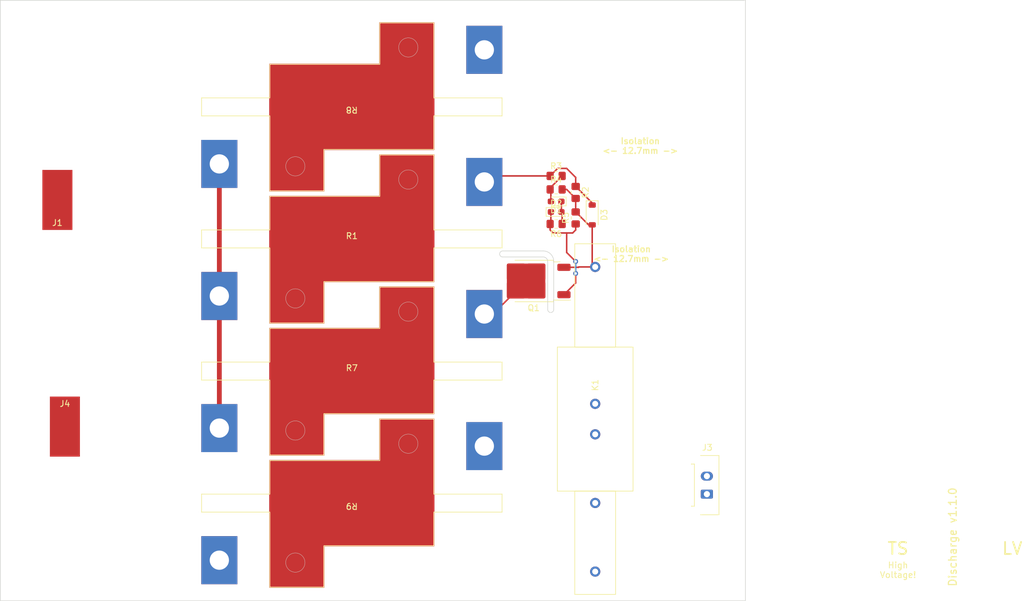
<source format=kicad_pcb>
(kicad_pcb (version 20221018) (generator pcbnew)
  (title_block (title "Discharge Relay Breakout PCB") (date "01/01/2022") (rev "1.1.0") (company "SUFST") (comment 1 "STAG 9") (comment 2 "Marek Frodyma") (comment 3 "Tim Brewis"))
  (layers (0 "F.Cu" signal) (31 "B.Cu" signal) (34 "B.Paste" user) (35 "F.Paste" user) (36 "B.SilkS" user "B.Silkscreen") (37 "F.SilkS" user "F.Silkscreen") (38 "B.Mask" user) (39 "F.Mask" user) (44 "Edge.Cuts" user))
  (net 0 "")
  (net 2 "Net-(D1-K)")
  (net 3 "Net-(D1-A)")
  (net 4 "Net-(J1-Pin_1)")
  (net 5 "Net-(J4-Pin_1)")
  (net 7 "Net-(D2-K)")
  (net 8 "Net-(D3-K)")
  (net 9 "Net-(D3-A)")
  (net 10 "Net-(J3-Pin_1)")
  (net 11 "Net-(J3-Pin_2)")
  (net 12 "Net-(Q1-D)")
  (footprint "LED_SMD:LED_0603_1608Metric_Pad1.05x0.95mm_HandSolder" (layer "F.Cu") (at 127.75 84 180)
    (fp_text reference "D1" (at 0 -1.43) (layer "F.SilkS"))
    (fp_text value "LED")
    (fp_line (start -1.66 -0.735) (end -1.66 0.735) (stroke (width 0.12)) (layer "F.SilkS"))
    (fp_line (start -1.66 0.735) (end 0.8 0.735) (stroke (width 0.12)) (layer "F.SilkS"))
    (fp_line (start 0.8 -0.735) (end -1.66 -0.735) (stroke (width 0.12)) (layer "F.SilkS"))
    (pad "1" smd roundrect (at -0.875 0 180) (size 1.05 0.95) (layers "F.Cu" "F.Paste" "F.Mask") (net 2 "Net-(D1-K)"))
    (pad "2" smd roundrect (at 0.875 0 180) (size 1.05 0.95) (layers "F.Cu" "F.Paste" "F.Mask") (net 3 "Net-(D1-A)"))
  )
  (footprint "Connector_Molex:Molex_Micro-Fit_3.0_43650-0215_1x02_P3.00mm_Vertical" (layer "F.Cu") (at 152.835 132.75 90)
    (fp_text reference "J3" (at 7.747 0.072) (layer "F.SilkS"))
    (fp_text value "SHUT")
    (fp_line (start -3.435 -1.065) (end -3.435 2.01) (stroke (width 0.12)) (layer "F.SilkS"))
    (fp_line (start -3.435 2.01) (end 6.435 2.01) (stroke (width 0.12)) (layer "F.SilkS"))
    (fp_line (start -2.015 -2.58) (end -2.015 -2.08) (stroke (width 0.12)) (layer "F.SilkS"))
    (fp_line (start -2.015 -2.08) (end 5.015 -2.08) (stroke (width 0.12)) (layer "F.SilkS"))
    (fp_line (start -1.995 -2.58) (end -2.015 -2.58) (stroke (width 0.12)) (layer "F.SilkS"))
    (fp_line (start 5.015 -2.58) (end 4.995 -2.58) (stroke (width 0.12)) (layer "F.SilkS"))
    (fp_line (start 5.015 -2.08) (end 5.015 -2.58) (stroke (width 0.12)) (layer "F.SilkS"))
    (fp_line (start 6.435 2.01) (end 6.435 -1.065) (stroke (width 0.12)) (layer "F.SilkS"))
    (pad "" np_thru_hole circle (at -3 -1.96 90) (size 1.27 1.27) (drill 1.27) (layers "*.Cu" "*.Mask"))
    (pad "" np_thru_hole circle (at 6 -1.96 90) (size 1.27 1.27) (drill 1.27) (layers "*.Cu" "*.Mask"))
    (pad "1" thru_hole roundrect (at 0 0 90) (size 1.5 2.02) (drill 1.02) (layers "*.Cu" "*.Mask") (roundrect_rratio 0.166667) (net 10 "Net-(J3-Pin_1)"))
    (pad "2" thru_hole oval (at 3 0 90) (size 1.5 2.02) (drill 1.02) (layers "*.Cu" "*.Mask") (net 11 "Net-(J3-Pin_2)"))
  )
  (footprint "SUFST:HSA25" (layer "F.Cu") (at 93.75 112.25)
    (fp_text reference "R7" (at 0 -0.5 unlocked) (layer "F.SilkS"))
    (fp_text value "3.3k")
    (fp_poly (pts (xy -13.65 -1.5) (xy -13.65 1.5) (xy -13.65 14) (xy -4.65 14) (xy -4.65 7.1) (xy 13.65 7.1) (xy 13.65 1.5) (xy 13.65 -1.5) (xy 13.65 -14) (xy 4.65 -14) (xy 4.65 -7.1) (xy -13.65 -7.1) (xy -13.65 -1.5)) (stroke (width 0.2)) (fill solid) (layer "F.Cu"))
    (fp_line (start -25 -1.5) (end -13.65 -1.5) (stroke (width 0.12)) (layer "F.SilkS"))
    (fp_line (start -25 1.5) (end -25 -1.5) (stroke (width 0.12)) (layer "F.SilkS"))
    (fp_line (start -13.65 -7.1) (end 4.65 -7.1) (stroke (width 0.12)) (layer "F.SilkS"))
    (fp_line (start -13.65 -1.5) (end -13.65 -7.1) (stroke (width 0.12)) (layer "F.SilkS"))
    (fp_line (start -13.65 1.5) (end -25 1.5) (stroke (width 0.12)) (layer "F.SilkS"))
    (fp_line (start -13.65 14) (end -13.65 1.5) (stroke (width 0.12)) (layer "F.SilkS"))
    (fp_line (start -4.65 7.1) (end -4.65 14) (stroke (width 0.12)) (layer "F.SilkS"))
    (fp_line (start -4.65 14) (end -13.65 14) (stroke (width 0.12)) (layer "F.SilkS"))
    (fp_line (start 4.65 -14) (end 13.65 -14) (stroke (width 0.12)) (layer "F.SilkS"))
    (fp_line (start 4.65 -7.1) (end 4.65 -14) (stroke (width 0.12)) (layer "F.SilkS"))
    (fp_line (start 13.65 -14) (end 13.65 -1.5) (stroke (width 0.12)) (layer "F.SilkS"))
    (fp_line (start 13.65 -1.5) (end 25 -1.5) (stroke (width 0.12)) (layer "F.SilkS"))
    (fp_line (start 13.65 1.5) (end 13.65 7.1) (stroke (width 0.12)) (layer "F.SilkS"))
    (fp_line (start 13.65 7.1) (end -4.65 7.1) (stroke (width 0.12)) (layer "F.SilkS"))
    (fp_line (start 25 -1.5) (end 25 1.5) (stroke (width 0.12)) (layer "F.SilkS"))
    (fp_line (start 25 1.5) (end 13.65 1.5) (stroke (width 0.12)) (layer "F.SilkS"))
    (fp_circle (center -9.4 9.9) (end -7.8 9.9) (stroke (width 0.05)) (fill none) (layer "Edge.Cuts"))
    (fp_circle (center 9.4 -9.9) (end 11 -9.9) (stroke (width 0.05)) (fill none) (layer "Edge.Cuts"))
    (pad "1" thru_hole rect (at -22.05 9.5 90) (size 8 6) (drill 3.2) (layers "*.Cu" "*.Mask") (net 4 "Net-(J1-Pin_1)"))
    (pad "2" thru_hole rect (at 22.05 -9.5 90) (size 8 6) (drill 3.2) (layers "*.Cu" "*.Mask") (net 12 "Net-(Q1-D)"))
  )
  (footprint "Connector_Wire:SolderWirePad_1x01_SMD_5x10mm" (layer "F.Cu") (at 46 121.5)
    (fp_text reference "J4" (at 0 -3.81) (layer "F.SilkS"))
    (fp_text value "HV-")
    (pad "1" smd rect (at 0 0) (size 5 10) (layers "F.Cu" "F.Paste" "F.Mask") (net 5 "Net-(J4-Pin_1)"))
  )
  (footprint "Resistor_SMD:R_0805_2012Metric_Pad1.20x1.40mm_HandSolder" (layer "F.Cu") (at 131 82.5 -90)
    (fp_text reference "R2" (at 0 -1.65 90) (layer "F.SilkS"))
    (fp_text value "30k")
    (fp_line (start -0.227064 -0.735) (end 0.227064 -0.735) (stroke (width 0.12)) (layer "F.SilkS"))
    (fp_line (start -0.227064 0.735) (end 0.227064 0.735) (stroke (width 0.12)) (layer "F.SilkS"))
    (pad "1" smd roundrect (at -1 0 270) (size 1.2 1.4) (layers "F.Cu" "F.Paste" "F.Mask") (roundrect_rratio 0.208333) (net 8 "Net-(D3-K)"))
    (pad "2" smd roundrect (at 1 0 270) (size 1.2 1.4) (layers "F.Cu" "F.Paste" "F.Mask") (roundrect_rratio 0.208333) (net 9 "Net-(D3-A)"))
  )
  (footprint "Resistor_SMD:R_0805_2012Metric_Pad1.20x1.40mm_HandSolder" (layer "F.Cu") (at 127.75 87.75 180)
    (fp_text reference "R6" (at 0 -1.65) (layer "F.SilkS"))
    (fp_text value "0")
    (fp_line (start -0.227064 -0.735) (end 0.227064 -0.735) (stroke (width 0.12)) (layer "F.SilkS"))
    (fp_line (start -0.227064 0.735) (end 0.227064 0.735) (stroke (width 0.12)) (layer "F.SilkS"))
    (pad "1" smd roundrect (at -1 0 180) (size 1.2 1.4) (layers "F.Cu" "F.Paste" "F.Mask") (roundrect_rratio 0.208333) (net 2 "Net-(D1-K)"))
    (pad "2" smd roundrect (at 1 0 180) (size 1.2 1.4) (layers "F.Cu" "F.Paste" "F.Mask") (roundrect_rratio 0.208333) (net 7 "Net-(D2-K)"))
  )
  (footprint "Resistor_SMD:R_0805_2012Metric_Pad1.20x1.40mm_HandSolder" (layer "F.Cu") (at 127.75 79.75)
    (fp_text reference "R3" (at 0 -1.65) (layer "F.SilkS"))
    (fp_text value "27k")
    (fp_line (start -0.227064 -0.735) (end 0.227064 -0.735) (stroke (width 0.12)) (layer "F.SilkS"))
    (fp_line (start -0.227064 0.735) (end 0.227064 0.735) (stroke (width 0.12)) (layer "F.SilkS"))
    (pad "1" smd roundrect (at -1 0) (size 1.2 1.4) (layers "F.Cu" "F.Paste" "F.Mask") (roundrect_rratio 0.208333) (net 8 "Net-(D3-K)"))
    (pad "2" smd roundrect (at 1 0) (size 1.2 1.4) (layers "F.Cu" "F.Paste" "F.Mask") (roundrect_rratio 0.208333) (net 3 "Net-(D1-A)"))
  )
  (footprint "SUFST:HSA25" (layer "F.Cu") (at 93.75 90.25)
    (fp_text reference "R1" (at 0 -0.5 unlocked) (layer "F.SilkS"))
    (fp_text value "30k")
    (fp_poly (pts (xy -13.65 -1.5) (xy -13.65 1.5) (xy -13.65 14) (xy -4.65 14) (xy -4.65 7.1) (xy 13.65 7.1) (xy 13.65 1.5) (xy 13.65 -1.5) (xy 13.65 -14) (xy 4.65 -14) (xy 4.65 -7.1) (xy -13.65 -7.1) (xy -13.65 -1.5)) (stroke (width 0.2)) (fill solid) (layer "F.Cu"))
    (fp_line (start -25 -1.5) (end -13.65 -1.5) (stroke (width 0.12)) (layer "F.SilkS"))
    (fp_line (start -25 1.5) (end -25 -1.5) (stroke (width 0.12)) (layer "F.SilkS"))
    (fp_line (start -13.65 -7.1) (end 4.65 -7.1) (stroke (width 0.12)) (layer "F.SilkS"))
    (fp_line (start -13.65 -1.5) (end -13.65 -7.1) (stroke (width 0.12)) (layer "F.SilkS"))
    (fp_line (start -13.65 1.5) (end -25 1.5) (stroke (width 0.12)) (layer "F.SilkS"))
    (fp_line (start -13.65 14) (end -13.65 1.5) (stroke (width 0.12)) (layer "F.SilkS"))
    (fp_line (start -4.65 7.1) (end -4.65 14) (stroke (width 0.12)) (layer "F.SilkS"))
    (fp_line (start -4.65 14) (end -13.65 14) (stroke (width 0.12)) (layer "F.SilkS"))
    (fp_line (start 4.65 -14) (end 13.65 -14) (stroke (width 0.12)) (layer "F.SilkS"))
    (fp_line (start 4.65 -7.1) (end 4.65 -14) (stroke (width 0.12)) (layer "F.SilkS"))
    (fp_line (start 13.65 -14) (end 13.65 -1.5) (stroke (width 0.12)) (layer "F.SilkS"))
    (fp_line (start 13.65 -1.5) (end 25 -1.5) (stroke (width 0.12)) (layer "F.SilkS"))
    (fp_line (start 13.65 1.5) (end 13.65 7.1) (stroke (width 0.12)) (layer "F.SilkS"))
    (fp_line (start 13.65 7.1) (end -4.65 7.1) (stroke (width 0.12)) (layer "F.SilkS"))
    (fp_line (start 25 -1.5) (end 25 1.5) (stroke (width 0.12)) (layer "F.SilkS"))
    (fp_line (start 25 1.5) (end 13.65 1.5) (stroke (width 0.12)) (layer "F.SilkS"))
    (fp_circle (center -9.4 9.9) (end -7.8 9.9) (stroke (width 0.05)) (fill none) (layer "Edge.Cuts"))
    (fp_circle (center 9.4 -9.9) (end 11 -9.9) (stroke (width 0.05)) (fill none) (layer "Edge.Cuts"))
    (pad "1" thru_hole rect (at -22.05 9.5 90) (size 8 6) (drill 3.2) (layers "*.Cu" "*.Mask") (net 4 "Net-(J1-Pin_1)"))
    (pad "2" thru_hole rect (at 22.05 -9.5 90) (size 8 6) (drill 3.2) (layers "*.Cu" "*.Mask") (net 8 "Net-(D3-K)"))
  )
  (footprint "Connector_Wire:SolderWirePad_1x01_SMD_5x10mm" (layer "F.Cu") (at 44.75 83.75 180)
    (fp_text reference "J1" (at 0 -3.81) (layer "F.SilkS"))
    (fp_text value "HV+")
    (pad "1" smd rect (at 0 0 180) (size 5 10) (layers "F.Cu" "F.Paste" "F.Mask") (net 4 "Net-(J1-Pin_1)"))
  )
  (footprint "SUFST:HSA25" (layer "F.Cu") (at 93.75 68.25 180)
    (fp_text reference "R8" (at 0 -0.5 180 unlocked) (layer "F.SilkS"))
    (fp_text value "30k")
    (fp_poly (pts (xy -13.65 -1.5) (xy -13.65 1.5) (xy -13.65 14) (xy -4.65 14) (xy -4.65 7.1) (xy 13.65 7.1) (xy 13.65 1.5) (xy 13.65 -1.5) (xy 13.65 -14) (xy 4.65 -14) (xy 4.65 -7.1) (xy -13.65 -7.1) (xy -13.65 -1.5)) (stroke (width 0.2)) (fill solid) (layer "F.Cu"))
    (fp_line (start -25 -1.5) (end -13.65 -1.5) (stroke (width 0.12)) (layer "F.SilkS"))
    (fp_line (start -25 1.5) (end -25 -1.5) (stroke (width 0.12)) (layer "F.SilkS"))
    (fp_line (start -13.65 -7.1) (end 4.65 -7.1) (stroke (width 0.12)) (layer "F.SilkS"))
    (fp_line (start -13.65 -1.5) (end -13.65 -7.1) (stroke (width 0.12)) (layer "F.SilkS"))
    (fp_line (start -13.65 1.5) (end -25 1.5) (stroke (width 0.12)) (layer "F.SilkS"))
    (fp_line (start -13.65 14) (end -13.65 1.5) (stroke (width 0.12)) (layer "F.SilkS"))
    (fp_line (start -4.65 7.1) (end -4.65 14) (stroke (width 0.12)) (layer "F.SilkS"))
    (fp_line (start -4.65 14) (end -13.65 14) (stroke (width 0.12)) (layer "F.SilkS"))
    (fp_line (start 4.65 -14) (end 13.65 -14) (stroke (width 0.12)) (layer "F.SilkS"))
    (fp_line (start 4.65 -7.1) (end 4.65 -14) (stroke (width 0.12)) (layer "F.SilkS"))
    (fp_line (start 13.65 -14) (end 13.65 -1.5) (stroke (width 0.12)) (layer "F.SilkS"))
    (fp_line (start 13.65 -1.5) (end 25 -1.5) (stroke (width 0.12)) (layer "F.SilkS"))
    (fp_line (start 13.65 1.5) (end 13.65 7.1) (stroke (width 0.12)) (layer "F.SilkS"))
    (fp_line (start 13.65 7.1) (end -4.65 7.1) (stroke (width 0.12)) (layer "F.SilkS"))
    (fp_line (start 25 -1.5) (end 25 1.5) (stroke (width 0.12)) (layer "F.SilkS"))
    (fp_line (start 25 1.5) (end 13.65 1.5) (stroke (width 0.12)) (layer "F.SilkS"))
    (fp_circle (center -9.4 9.9) (end -7.8 9.9) (stroke (width 0.05)) (fill none) (layer "Edge.Cuts"))
    (fp_circle (center 9.4 -9.9) (end 11 -9.9) (stroke (width 0.05)) (fill none) (layer "Edge.Cuts"))
    (pad "1" thru_hole rect (at -22.05 9.5 270) (size 8 6) (drill 3.2) (layers "*.Cu" "*.Mask"))
    (pad "2" thru_hole rect (at 22.05 -9.5 270) (size 8 6) (drill 3.2) (layers "*.Cu" "*.Mask") (net 4 "Net-(J1-Pin_1)"))
  )
  (footprint "LED_SMD:LED_0603_1608Metric_Pad1.05x0.95mm_HandSolder" (layer "F.Cu") (at 127.75 85.75)
    (fp_text reference "D2" (at 0 -1.43) (layer "F.SilkS"))
    (fp_text value "LED")
    (fp_line (start -1.66 -0.735) (end -1.66 0.735) (stroke (width 0.12)) (layer "F.SilkS"))
    (fp_line (start -1.66 0.735) (end 0.8 0.735) (stroke (width 0.12)) (layer "F.SilkS"))
    (fp_line (start 0.8 -0.735) (end -1.66 -0.735) (stroke (width 0.12)) (layer "F.SilkS"))
    (pad "1" smd roundrect (at -0.875 0) (size 1.05 0.95) (layers "F.Cu" "F.Paste" "F.Mask") (net 7 "Net-(D2-K)"))
    (pad "2" smd roundrect (at 0.875 0) (size 1.05 0.95) (layers "F.Cu" "F.Paste" "F.Mask") (net 2 "Net-(D1-K)"))
  )
  (footprint "SUFST:HSA25" (layer "F.Cu") (at 93.75 134.25 180)
    (fp_text reference "R9" (at 0 -0.5 180 unlocked) (layer "F.SilkS"))
    (fp_text value "30k")
    (fp_poly (pts (xy -13.65 -1.5) (xy -13.65 1.5) (xy -13.65 14) (xy -4.65 14) (xy -4.65 7.1) (xy 13.65 7.1) (xy 13.65 1.5) (xy 13.65 -1.5) (xy 13.65 -14) (xy 4.65 -14) (xy 4.65 -7.1) (xy -13.65 -7.1) (xy -13.65 -1.5)) (stroke (width 0.2)) (fill solid) (layer "F.Cu"))
    (fp_line (start -25 -1.5) (end -13.65 -1.5) (stroke (width 0.12)) (layer "F.SilkS"))
    (fp_line (start -25 1.5) (end -25 -1.5) (stroke (width 0.12)) (layer "F.SilkS"))
    (fp_line (start -13.65 -7.1) (end 4.65 -7.1) (stroke (width 0.12)) (layer "F.SilkS"))
    (fp_line (start -13.65 -1.5) (end -13.65 -7.1) (stroke (width 0.12)) (layer "F.SilkS"))
    (fp_line (start -13.65 1.5) (end -25 1.5) (stroke (width 0.12)) (layer "F.SilkS"))
    (fp_line (start -13.65 14) (end -13.65 1.5) (stroke (width 0.12)) (layer "F.SilkS"))
    (fp_line (start -4.65 7.1) (end -4.65 14) (stroke (width 0.12)) (layer "F.SilkS"))
    (fp_line (start -4.65 14) (end -13.65 14) (stroke (width 0.12)) (layer "F.SilkS"))
    (fp_line (start 4.65 -14) (end 13.65 -14) (stroke (width 0.12)) (layer "F.SilkS"))
    (fp_line (start 4.65 -7.1) (end 4.65 -14) (stroke (width 0.12)) (layer "F.SilkS"))
    (fp_line (start 13.65 -14) (end 13.65 -1.5) (stroke (width 0.12)) (layer "F.SilkS"))
    (fp_line (start 13.65 -1.5) (end 25 -1.5) (stroke (width 0.12)) (layer "F.SilkS"))
    (fp_line (start 13.65 1.5) (end 13.65 7.1) (stroke (width 0.12)) (layer "F.SilkS"))
    (fp_line (start 13.65 7.1) (end -4.65 7.1) (stroke (width 0.12)) (layer "F.SilkS"))
    (fp_line (start 25 -1.5) (end 25 1.5) (stroke (width 0.12)) (layer "F.SilkS"))
    (fp_line (start 25 1.5) (end 13.65 1.5) (stroke (width 0.12)) (layer "F.SilkS"))
    (fp_circle (center -9.4 9.9) (end -7.8 9.9) (stroke (width 0.05)) (fill none) (layer "Edge.Cuts"))
    (fp_circle (center 9.4 -9.9) (end 11 -9.9) (stroke (width 0.05)) (fill none) (layer "Edge.Cuts"))
    (pad "1" thru_hole rect (at -22.05 9.5 270) (size 8 6) (drill 3.2) (layers "*.Cu" "*.Mask"))
    (pad "2" thru_hole rect (at 22.05 -9.5 270) (size 8 6) (drill 3.2) (layers "*.Cu" "*.Mask") (net 5 "Net-(J4-Pin_1)"))
  )
  (footprint "SUFST:pickering-67-1-c" (layer "F.Cu") (at 134.25 120.25 90)
    (fp_text reference "K1" (at 5.655 0 90 unlocked) (layer "F.SilkS"))
    (fp_text value "pickering-67-1-c")
    (fp_rect (start -29.2 -3.4) (end -12 3.4) (stroke (width 0.12)) (fill none) (layer "F.SilkS"))
    (fp_rect (start -12 -6.3) (end 12 6.3) (stroke (width 0.12)) (fill none) (layer "F.SilkS"))
    (fp_rect (start 12 -3.4) (end 29.2 3.4) (stroke (width 0.12)) (fill none) (layer "F.SilkS"))
    (pad "1" thru_hole circle (at -25.4 0 90) (size 1.7 1.7) (drill 1) (layers "*.Cu" "*.Mask"))
    (pad "2" thru_hole circle (at -13.97 0 90) (size 1.7 1.7) (drill 1) (layers "*.Cu" "*.Mask") (net 5 "Net-(J4-Pin_1)"))
    (pad "3" thru_hole circle (at -2.54 0 90) (size 1.7 1.7) (drill 1) (layers "*.Cu" "*.Mask") (net 11 "Net-(J3-Pin_2)"))
    (pad "5" thru_hole circle (at 2.54 0 90) (size 1.7 1.7) (drill 1) (layers "*.Cu" "*.Mask") (net 10 "Net-(J3-Pin_1)"))
    (pad "7" thru_hole circle (at 25.34 0 90) (size 1.7 1.7) (drill 1) (layers "*.Cu" "*.Mask") (net 9 "Net-(D3-A)"))
  )
  (footprint "Package_TO_SOT_SMD:TO-252-2" (layer "F.Cu") (at 124.01 97.25 180)
    (fp_text reference "Q1" (at 0 -4.5) (layer "F.SilkS"))
    (fp_text value "IPD80R4K5P7")
    (fp_line (start -3.31 -3.45) (end -3.31 -3.18) (stroke (width 0.12)) (layer "F.SilkS"))
    (fp_line (start -3.31 -3.18) (end -6.14 -3.18) (stroke (width 0.12)) (layer "F.SilkS"))
    (fp_line (start -3.31 3.18) (end -4.41 3.18) (stroke (width 0.12)) (layer "F.SilkS"))
    (fp_line (start -3.31 3.45) (end -3.31 3.18) (stroke (width 0.12)) (layer "F.SilkS"))
    (fp_line (start 3.11 -3.45) (end -3.31 -3.45) (stroke (width 0.12)) (layer "F.SilkS"))
    (fp_line (start 3.11 3.45) (end -3.31 3.45) (stroke (width 0.12)) (layer "F.SilkS"))
    (pad "1" smd roundrect (at -5.04 -2.28 180) (size 2.2 1.2) (layers "F.Cu" "F.Paste" "F.Mask") (roundrect_rratio 0.208333) (net 7 "Net-(D2-K)"))
    (pad "2" smd roundrect (at -0.415 -1.525 180) (size 3.05 2.75) (layers "F.Cu" "F.Paste") (roundrect_rratio 0.090909) (net 12 "Net-(Q1-D)"))
    (pad "2" smd roundrect (at -0.415 1.525 180) (size 3.05 2.75) (layers "F.Cu" "F.Paste") (roundrect_rratio 0.090909) (net 12 "Net-(Q1-D)"))
    (pad "2" smd roundrect (at 1.26 0 180) (size 6.4 5.8) (layers "F.Cu" "F.Mask") (roundrect_rratio 0.043103) (net 12 "Net-(Q1-D)"))
    (pad "2" smd roundrect (at 2.935 -1.525 180) (size 3.05 2.75) (layers "F.Cu" "F.Paste") (roundrect_rratio 0.090909) (net 12 "Net-(Q1-D)"))
    (pad "2" smd roundrect (at 2.935 1.525 180) (size 3.05 2.75) (layers "F.Cu" "F.Paste") (roundrect_rratio 0.090909) (net 12 "Net-(Q1-D)"))
    (pad "3" smd roundrect (at -5.04 2.28 180) (size 2.2 1.2) (layers "F.Cu" "F.Paste" "F.Mask") (roundrect_rratio 0.208333) (net 9 "Net-(D3-A)"))
  )
  (footprint "Diode_SMD:D_SOD-123" (layer "F.Cu") (at 133.75 86.25 -90)
    (fp_text reference "D3" (at 0 -2 90) (layer "F.SilkS"))
    (fp_text value "MMSZ5250BT1G")
    (fp_line (start -2.36 -1) (end -2.36 1) (stroke (width 0.12)) (layer "F.SilkS"))
    (fp_line (start -2.36 -1) (end 1.65 -1) (stroke (width 0.12)) (layer "F.SilkS"))
    (fp_line (start -2.36 1) (end 1.65 1) (stroke (width 0.12)) (layer "F.SilkS"))
    (pad "1" smd roundrect (at -1.65 0 270) (size 0.9 1.2) (layers "F.Cu" "F.Paste" "F.Mask") (net 8 "Net-(D3-K)"))
    (pad "2" smd roundrect (at 1.65 0 270) (size 0.9 1.2) (layers "F.Cu" "F.Paste" "F.Mask") (net 9 "Net-(D3-A)"))
  )
  (footprint "Resistor_SMD:R_0805_2012Metric_Pad1.20x1.40mm_HandSolder" (layer "F.Cu") (at 131 86.75 90)
    (fp_text reference "R5" (at 0 -1.65 90) (layer "F.SilkS"))
    (fp_text value "100k")
    (fp_line (start -0.227064 -0.735) (end 0.227064 -0.735) (stroke (width 0.12)) (layer "F.SilkS"))
    (fp_line (start -0.227064 0.735) (end 0.227064 0.735) (stroke (width 0.12)) (layer "F.SilkS"))
    (pad "1" smd roundrect (at -1 0 90) (size 1.2 1.4) (layers "F.Cu" "F.Paste" "F.Mask") (roundrect_rratio 0.208333) (net 7 "Net-(D2-K)"))
    (pad "2" smd roundrect (at 1 0 90) (size 1.2 1.4) (layers "F.Cu" "F.Paste" "F.Mask") (roundrect_rratio 0.208333) (net 9 "Net-(D3-A)"))
  )
  (footprint "Resistor_SMD:R_0805_2012Metric_Pad1.20x1.40mm_HandSolder" (layer "F.Cu") (at 127.75 82)
    (fp_text reference "R4" (at 0 -1.65) (layer "F.SilkS"))
    (fp_text value "10k")
    (fp_line (start -0.227064 -0.735) (end 0.227064 -0.735) (stroke (width 0.12)) (layer "F.SilkS"))
    (fp_line (start -0.227064 0.735) (end 0.227064 0.735) (stroke (width 0.12)) (layer "F.SilkS"))
    (pad "1" smd roundrect (at -1 0) (size 1.2 1.4) (layers "F.Cu" "F.Paste" "F.Mask") (roundrect_rratio 0.208333) (net 3 "Net-(D1-A)"))
    (pad "2" smd roundrect (at 1 0) (size 1.2 1.4) (layers "F.Cu" "F.Paste" "F.Mask") (roundrect_rratio 0.208333) (net 9 "Net-(D3-A)"))
  )
  (gr_line (start 118.85 93.25) (end 125.6 93.25) (stroke (width 0.1)) (layer "Edge.Cuts"))
  (gr_line (start 126.35 102) (end 126.35 94) (stroke (width 0.1)) (layer "Edge.Cuts"))
  (gr_rect (start 35.25 50.5) (end 159.25 150.5) (stroke (width 0.1)) (fill none) (layer "Edge.Cuts"))
  (gr_line (start 127.35 102) (end 127.35 94) (stroke (width 0.1)) (layer "Edge.Cuts"))
  (gr_arc (start 118.85 93.25) (mid 118.35 92.75) (end 118.85 92.25) (stroke (width 0.1)) (layer "Edge.Cuts"))
  (gr_arc (start 125.6 92.25) (mid 126.837437 92.762563) (end 127.35 94) (stroke (width 0.1)) (layer "Edge.Cuts"))
  (gr_arc (start 127.35 102) (mid 126.85 102.5) (end 126.35 102) (stroke (width 0.1)) (layer "Edge.Cuts"))
  (gr_line (start 118.85 92.25) (end 125.6 92.25) (stroke (width 0.1)) (layer "Edge.Cuts"))
  (gr_arc (start 125.6 93.25) (mid 126.13033 93.46967) (end 126.35 94) (stroke (width 0.1)) (layer "Edge.Cuts"))
  (gr_text "TS" (at 182.734318 142.974998) (layer "F.SilkS") (effects (font (size 2 2) (thickness 0.3)) (justify left bottom)))
  (gr_text "Discharge v1.1.0\n" (at 194.5 148.25 90) (layer "F.SilkS") (effects (font (size 1.3 1.3) (thickness 0.2)) (justify left bottom)))
  (gr_text "High\nVoltage!" (at 184.639318 146.784998) (layer "F.SilkS") (effects (font (size 1 1)) (justify bottom)))
  (gr_text "LV" (at 201.784318 142.974998) (layer "F.SilkS") (effects (font (size 2 2) (thickness 0.3)) (justify left bottom)))
  (gr_text "Isolation\n<- 12.7mm ->" (at 141.75 74.75) (layer "F.SilkS") (effects (font (size 1 1) (thickness 0.2))))
  (gr_text "Isolation\n<- 12.7mm ->" (at 140.25 92.75) (layer "F.SilkS") (effects (font (size 1 1) (thickness 0.2))))
  (segment (start 128.75 85.875) (end 128.625 85.75) (width 0.25) (layer "F.Cu") (net 2))
  (segment (start 128.625 85.75) (end 128.625 84) (width 0.25) (layer "F.Cu") (net 2))
  (segment (start 128.75 87.75) (end 128.75 85.875) (width 0.25) (layer "F.Cu") (net 2))
  (segment (start 126.75 82) (end 126.75 81.75) (width 0.25) (layer "F.Cu") (net 3))
  (segment (start 126.75 81.75) (end 128.75 79.75) (width 0.25) (layer "F.Cu") (net 3))
  (segment (start 126.875 84) (end 126.875 82.125) (width 0.25) (layer "F.Cu") (net 3))
  (segment (start 126.875 82.125) (end 126.75 82) (width 0.25) (layer "F.Cu") (net 3))
  (segment (start 71.7 77.75) (end 71.7 99.75) (width 0.8) (layer "F.Cu") (net 4))
  (segment (start 71.7 99.75) (end 71.7 121.75) (width 0.8) (layer "F.Cu") (net 4))
  (segment (start 126.75 87.75) (end 126.75 88.75) (width 0.25) (layer "F.Cu") (net 7))
  (segment (start 129.5 89.25) (end 129.5 92.5) (width 0.25) (layer "F.Cu") (net 7))
  (segment (start 129.5 89.25) (end 130.5 89.25) (width 0.25) (layer "F.Cu") (net 7))
  (segment (start 130.5 89.25) (end 131 88.75) (width 0.25) (layer "F.Cu") (net 7))
  (segment (start 127.25 89.25) (end 129.5 89.25) (width 0.25) (layer "F.Cu") (net 7))
  (segment (start 129.5 92.5) (end 131 94) (width 0.25) (layer "F.Cu") (net 7))
  (segment (start 131 88.75) (end 131 87.75) (width 0.25) (layer "F.Cu") (net 7))
  (segment (start 131 97.58) (end 129.05 99.53) (width 0.25) (layer "F.Cu") (net 7))
  (segment (start 126.875 85.75) (end 126.875 87.625) (width 0.25) (layer "F.Cu") (net 7))
  (segment (start 131 96) (end 131 97.58) (width 0.25) (layer "F.Cu") (net 7))
  (segment (start 126.75 88.75) (end 127.25 89.25) (width 0.25) (layer "F.Cu") (net 7))
  (segment (start 126.875 87.625) (end 126.75 87.75) (width 0.25) (layer "F.Cu") (net 7))
  (via (at 131 94) (size 0.8) (drill 0.4) (layers "F.Cu" "B.Cu") (net 7))
  (via (at 131 96) (size 0.8) (drill 0.4) (layers "F.Cu" "B.Cu") (net 7))
  (segment (start 131 94) (end 131 96) (width 0.25) (layer "B.Cu") (net 7))
  (segment (start 131 81.5) (end 133.75 84.25) (width 0.25) (layer "F.Cu") (net 8))
  (segment (start 128 78.5) (end 126.75 79.75) (width 0.25) (layer "F.Cu") (net 8))
  (segment (start 131 80) (end 129.5 78.5) (width 0.25) (layer "F.Cu") (net 8))
  (segment (start 126.75 79.75) (end 116.8 79.75) (width 0.25) (layer "F.Cu") (net 8))
  (segment (start 133.75 84.25) (end 133.75 84.6) (width 0.25) (layer "F.Cu") (net 8))
  (segment (start 116.8 79.75) (end 115.8 80.75) (width 0.25) (layer "F.Cu") (net 8))
  (segment (start 131 81.5) (end 131 80) (width 0.25) (layer "F.Cu") (net 8))
  (segment (start 129.5 78.5) (end 128 78.5) (width 0.25) (layer "F.Cu") (net 8))
  (segment (start 133.75 87.9) (end 133.75 94.41) (width 0.25) (layer "F.Cu") (net 9))
  (segment (start 129.5 82) (end 131 83.5) (width 0.25) (layer "F.Cu") (net 9))
  (segment (start 131.47 94.97) (end 131.53 94.91) (width 0.25) (layer "F.Cu") (net 9))
  (segment (start 133.75 94.41) (end 134.25 94.91) (width 0.25) (layer "F.Cu") (net 9))
  (segment (start 131.53 94.91) (end 134.25 94.91) (width 0.25) (layer "F.Cu") (net 9))
  (segment (start 131 85.75) (end 133.15 87.9) (width 0.25) (layer "F.Cu") (net 9))
  (segment (start 131 85.75) (end 131 83.5) (width 0.25) (layer "F.Cu") (net 9))
  (segment (start 133.15 87.9) (end 133.75 87.9) (width 0.25) (layer "F.Cu") (net 9))
  (segment (start 128.75 82) (end 129.5 82) (width 0.25) (layer "F.Cu") (net 9))
  (segment (start 129.05 94.97) (end 131.47 94.97) (width 0.25) (layer "F.Cu") (net 9))
  (segment (start 117.25 102.75) (end 122.75 97.25) (width 0.25) (layer "F.Cu") (net 12))
  (segment (start 115.8 102.75) (end 117.25 102.75) (width 0.25) (layer "F.Cu") (net 12))
)
</source>
